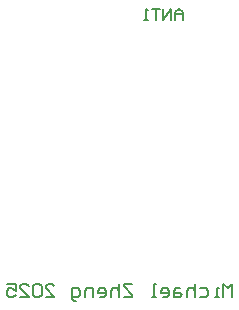
<source format=gbr>
G04*
G04 #@! TF.GenerationSoftware,Altium Limited,Altium Designer,24.9.1 (31)*
G04*
G04 Layer_Color=32896*
%FSLAX25Y25*%
%MOIN*%
G70*
G04*
G04 #@! TF.SameCoordinates,21B9ACB0-0D47-4127-AC64-11D31CE697AE*
G04*
G04*
G04 #@! TF.FilePolarity,Positive*
G04*
G01*
G75*
%ADD12C,0.00787*%
%ADD14C,0.00602*%
D12*
X168504Y6168D02*
Y10497D01*
X167061Y9054D01*
X165618Y10497D01*
Y6168D01*
X164175D02*
X162732D01*
X163453D01*
Y9054D01*
X164175D01*
X157681D02*
X159845D01*
X160567Y8332D01*
Y6889D01*
X159845Y6168D01*
X157681D01*
X156238Y10497D02*
Y6168D01*
Y8332D01*
X155516Y9054D01*
X154073D01*
X153351Y8332D01*
Y6168D01*
X151187Y9054D02*
X149744D01*
X149022Y8332D01*
Y6168D01*
X151187D01*
X151908Y6889D01*
X151187Y7611D01*
X149022D01*
X145414Y6168D02*
X146857D01*
X147579Y6889D01*
Y8332D01*
X146857Y9054D01*
X145414D01*
X144693Y8332D01*
Y7611D01*
X147579D01*
X143250Y6168D02*
X141806D01*
X142528D01*
Y10497D01*
X143250D01*
X135313D02*
X132426D01*
Y9775D01*
X135313Y6889D01*
Y6168D01*
X132426D01*
X130983Y10497D02*
Y6168D01*
Y8332D01*
X130262Y9054D01*
X128819D01*
X128097Y8332D01*
Y6168D01*
X124489D02*
X125932D01*
X126654Y6889D01*
Y8332D01*
X125932Y9054D01*
X124489D01*
X123768Y8332D01*
Y7611D01*
X126654D01*
X122325Y6168D02*
Y9054D01*
X120160D01*
X119438Y8332D01*
Y6168D01*
X116552Y4724D02*
X115831D01*
X115109Y5446D01*
Y9054D01*
X117274D01*
X117995Y8332D01*
Y6889D01*
X117274Y6168D01*
X115109D01*
X106450D02*
X109337D01*
X106450Y9054D01*
Y9775D01*
X107172Y10497D01*
X108615D01*
X109337Y9775D01*
X105007D02*
X104286Y10497D01*
X102843D01*
X102121Y9775D01*
Y6889D01*
X102843Y6168D01*
X104286D01*
X105007Y6889D01*
Y9775D01*
X97792Y6168D02*
X100678D01*
X97792Y9054D01*
Y9775D01*
X98513Y10497D01*
X99957D01*
X100678Y9775D01*
X93463Y10497D02*
X96349D01*
Y8332D01*
X94906Y9054D01*
X94184D01*
X93463Y8332D01*
Y6889D01*
X94184Y6168D01*
X95627D01*
X96349Y6889D01*
D14*
X152229Y98426D02*
Y101050D01*
X150917Y102362D01*
X149605Y101050D01*
Y98426D01*
Y100394D01*
X152229D01*
X148293Y98426D02*
Y102362D01*
X145669Y98426D01*
Y102362D01*
X144357D02*
X141734D01*
X143045D01*
Y98426D01*
X140422D02*
X139110D01*
X139766D01*
Y102362D01*
X140422Y101706D01*
M02*

</source>
